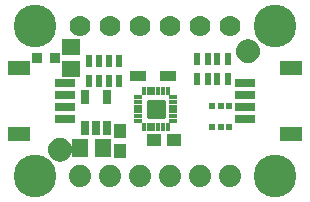
<source format=gbr>
G04 EAGLE Gerber RS-274X export*
G75*
%MOMM*%
%FSLAX34Y34*%
%LPD*%
%INSoldermask Top*%
%IPPOS*%
%AMOC8*
5,1,8,0,0,1.08239X$1,22.5*%
G01*
%ADD10R,1.101600X1.176600*%
%ADD11C,1.778000*%
%ADD12R,1.341600X1.601600*%
%ADD13R,0.651600X1.301600*%
%ADD14R,1.601600X1.341600*%
%ADD15R,1.176600X1.101600*%
%ADD16R,0.551600X1.001600*%
%ADD17R,0.601600X0.601600*%
%ADD18R,0.501600X0.601600*%
%ADD19C,1.879600*%
%ADD20C,3.617600*%
%ADD21R,1.651600X0.701600*%
%ADD22R,1.901600X1.301600*%
%ADD23C,1.101600*%
%ADD24C,0.500000*%
%ADD25R,0.901600X0.901600*%
%ADD26R,0.301600X0.651600*%
%ADD27R,0.651600X0.301600*%
%ADD28C,0.262653*%
%ADD29R,1.451600X0.901600*%


D10*
X97282Y63237D03*
X97282Y46237D03*
D11*
X63500Y152400D03*
X88900Y152400D03*
X114300Y152400D03*
X139700Y152400D03*
X165100Y152400D03*
X190500Y152400D03*
D12*
X63906Y49276D03*
X82906Y49276D03*
D13*
X67462Y65739D03*
X76962Y65739D03*
X86462Y65739D03*
X86462Y91741D03*
X67462Y91741D03*
D14*
X55880Y115468D03*
X55880Y134468D03*
D15*
X125993Y55880D03*
X142993Y55880D03*
D16*
X188514Y107070D03*
X188514Y124070D03*
X179514Y107070D03*
X171514Y107070D03*
X162514Y107070D03*
X162514Y124070D03*
X179514Y124070D03*
X171514Y124070D03*
D17*
X189999Y84438D03*
D18*
X182499Y84438D03*
D17*
X174999Y84438D03*
X174999Y66438D03*
D18*
X182499Y66438D03*
D17*
X189999Y66438D03*
D19*
X63500Y25400D03*
X88900Y25400D03*
X114300Y25400D03*
X139700Y25400D03*
X165100Y25400D03*
X190500Y25400D03*
D20*
X25400Y152400D03*
X228600Y152400D03*
D21*
X203460Y83900D03*
X203460Y93900D03*
X203460Y73900D03*
X203460Y103900D03*
D22*
X242460Y60900D03*
X242460Y116900D03*
D21*
X50540Y93900D03*
X50540Y83900D03*
X50540Y103900D03*
X50540Y73900D03*
D22*
X11540Y116900D03*
X11540Y60900D03*
D23*
X205740Y130810D03*
D24*
X205740Y138310D02*
X205559Y138308D01*
X205378Y138301D01*
X205197Y138290D01*
X205016Y138275D01*
X204836Y138255D01*
X204656Y138231D01*
X204477Y138203D01*
X204299Y138170D01*
X204122Y138133D01*
X203945Y138092D01*
X203770Y138047D01*
X203595Y137997D01*
X203422Y137943D01*
X203251Y137885D01*
X203080Y137823D01*
X202912Y137756D01*
X202745Y137686D01*
X202579Y137612D01*
X202416Y137533D01*
X202255Y137451D01*
X202095Y137365D01*
X201938Y137275D01*
X201783Y137181D01*
X201630Y137084D01*
X201480Y136982D01*
X201332Y136878D01*
X201186Y136769D01*
X201044Y136658D01*
X200904Y136542D01*
X200767Y136424D01*
X200632Y136302D01*
X200501Y136177D01*
X200373Y136049D01*
X200248Y135918D01*
X200126Y135783D01*
X200008Y135646D01*
X199892Y135506D01*
X199781Y135364D01*
X199672Y135218D01*
X199568Y135070D01*
X199466Y134920D01*
X199369Y134767D01*
X199275Y134612D01*
X199185Y134455D01*
X199099Y134295D01*
X199017Y134134D01*
X198938Y133971D01*
X198864Y133805D01*
X198794Y133638D01*
X198727Y133470D01*
X198665Y133299D01*
X198607Y133128D01*
X198553Y132955D01*
X198503Y132780D01*
X198458Y132605D01*
X198417Y132428D01*
X198380Y132251D01*
X198347Y132073D01*
X198319Y131894D01*
X198295Y131714D01*
X198275Y131534D01*
X198260Y131353D01*
X198249Y131172D01*
X198242Y130991D01*
X198240Y130810D01*
X205740Y138310D02*
X205921Y138308D01*
X206102Y138301D01*
X206283Y138290D01*
X206464Y138275D01*
X206644Y138255D01*
X206824Y138231D01*
X207003Y138203D01*
X207181Y138170D01*
X207358Y138133D01*
X207535Y138092D01*
X207710Y138047D01*
X207885Y137997D01*
X208058Y137943D01*
X208229Y137885D01*
X208400Y137823D01*
X208568Y137756D01*
X208735Y137686D01*
X208901Y137612D01*
X209064Y137533D01*
X209225Y137451D01*
X209385Y137365D01*
X209542Y137275D01*
X209697Y137181D01*
X209850Y137084D01*
X210000Y136982D01*
X210148Y136878D01*
X210294Y136769D01*
X210436Y136658D01*
X210576Y136542D01*
X210713Y136424D01*
X210848Y136302D01*
X210979Y136177D01*
X211107Y136049D01*
X211232Y135918D01*
X211354Y135783D01*
X211472Y135646D01*
X211588Y135506D01*
X211699Y135364D01*
X211808Y135218D01*
X211912Y135070D01*
X212014Y134920D01*
X212111Y134767D01*
X212205Y134612D01*
X212295Y134455D01*
X212381Y134295D01*
X212463Y134134D01*
X212542Y133971D01*
X212616Y133805D01*
X212686Y133638D01*
X212753Y133470D01*
X212815Y133299D01*
X212873Y133128D01*
X212927Y132955D01*
X212977Y132780D01*
X213022Y132605D01*
X213063Y132428D01*
X213100Y132251D01*
X213133Y132073D01*
X213161Y131894D01*
X213185Y131714D01*
X213205Y131534D01*
X213220Y131353D01*
X213231Y131172D01*
X213238Y130991D01*
X213240Y130810D01*
X213238Y130629D01*
X213231Y130448D01*
X213220Y130267D01*
X213205Y130086D01*
X213185Y129906D01*
X213161Y129726D01*
X213133Y129547D01*
X213100Y129369D01*
X213063Y129192D01*
X213022Y129015D01*
X212977Y128840D01*
X212927Y128665D01*
X212873Y128492D01*
X212815Y128321D01*
X212753Y128150D01*
X212686Y127982D01*
X212616Y127815D01*
X212542Y127649D01*
X212463Y127486D01*
X212381Y127325D01*
X212295Y127165D01*
X212205Y127008D01*
X212111Y126853D01*
X212014Y126700D01*
X211912Y126550D01*
X211808Y126402D01*
X211699Y126256D01*
X211588Y126114D01*
X211472Y125974D01*
X211354Y125837D01*
X211232Y125702D01*
X211107Y125571D01*
X210979Y125443D01*
X210848Y125318D01*
X210713Y125196D01*
X210576Y125078D01*
X210436Y124962D01*
X210294Y124851D01*
X210148Y124742D01*
X210000Y124638D01*
X209850Y124536D01*
X209697Y124439D01*
X209542Y124345D01*
X209385Y124255D01*
X209225Y124169D01*
X209064Y124087D01*
X208901Y124008D01*
X208735Y123934D01*
X208568Y123864D01*
X208400Y123797D01*
X208229Y123735D01*
X208058Y123677D01*
X207885Y123623D01*
X207710Y123573D01*
X207535Y123528D01*
X207358Y123487D01*
X207181Y123450D01*
X207003Y123417D01*
X206824Y123389D01*
X206644Y123365D01*
X206464Y123345D01*
X206283Y123330D01*
X206102Y123319D01*
X205921Y123312D01*
X205740Y123310D01*
X205559Y123312D01*
X205378Y123319D01*
X205197Y123330D01*
X205016Y123345D01*
X204836Y123365D01*
X204656Y123389D01*
X204477Y123417D01*
X204299Y123450D01*
X204122Y123487D01*
X203945Y123528D01*
X203770Y123573D01*
X203595Y123623D01*
X203422Y123677D01*
X203251Y123735D01*
X203080Y123797D01*
X202912Y123864D01*
X202745Y123934D01*
X202579Y124008D01*
X202416Y124087D01*
X202255Y124169D01*
X202095Y124255D01*
X201938Y124345D01*
X201783Y124439D01*
X201630Y124536D01*
X201480Y124638D01*
X201332Y124742D01*
X201186Y124851D01*
X201044Y124962D01*
X200904Y125078D01*
X200767Y125196D01*
X200632Y125318D01*
X200501Y125443D01*
X200373Y125571D01*
X200248Y125702D01*
X200126Y125837D01*
X200008Y125974D01*
X199892Y126114D01*
X199781Y126256D01*
X199672Y126402D01*
X199568Y126550D01*
X199466Y126700D01*
X199369Y126853D01*
X199275Y127008D01*
X199185Y127165D01*
X199099Y127325D01*
X199017Y127486D01*
X198938Y127649D01*
X198864Y127815D01*
X198794Y127982D01*
X198727Y128150D01*
X198665Y128321D01*
X198607Y128492D01*
X198553Y128665D01*
X198503Y128840D01*
X198458Y129015D01*
X198417Y129192D01*
X198380Y129369D01*
X198347Y129547D01*
X198319Y129726D01*
X198295Y129906D01*
X198275Y130086D01*
X198260Y130267D01*
X198249Y130448D01*
X198242Y130629D01*
X198240Y130810D01*
D23*
X46609Y47498D03*
D24*
X46609Y54998D02*
X46428Y54996D01*
X46247Y54989D01*
X46066Y54978D01*
X45885Y54963D01*
X45705Y54943D01*
X45525Y54919D01*
X45346Y54891D01*
X45168Y54858D01*
X44991Y54821D01*
X44814Y54780D01*
X44639Y54735D01*
X44464Y54685D01*
X44291Y54631D01*
X44120Y54573D01*
X43949Y54511D01*
X43781Y54444D01*
X43614Y54374D01*
X43448Y54300D01*
X43285Y54221D01*
X43124Y54139D01*
X42964Y54053D01*
X42807Y53963D01*
X42652Y53869D01*
X42499Y53772D01*
X42349Y53670D01*
X42201Y53566D01*
X42055Y53457D01*
X41913Y53346D01*
X41773Y53230D01*
X41636Y53112D01*
X41501Y52990D01*
X41370Y52865D01*
X41242Y52737D01*
X41117Y52606D01*
X40995Y52471D01*
X40877Y52334D01*
X40761Y52194D01*
X40650Y52052D01*
X40541Y51906D01*
X40437Y51758D01*
X40335Y51608D01*
X40238Y51455D01*
X40144Y51300D01*
X40054Y51143D01*
X39968Y50983D01*
X39886Y50822D01*
X39807Y50659D01*
X39733Y50493D01*
X39663Y50326D01*
X39596Y50158D01*
X39534Y49987D01*
X39476Y49816D01*
X39422Y49643D01*
X39372Y49468D01*
X39327Y49293D01*
X39286Y49116D01*
X39249Y48939D01*
X39216Y48761D01*
X39188Y48582D01*
X39164Y48402D01*
X39144Y48222D01*
X39129Y48041D01*
X39118Y47860D01*
X39111Y47679D01*
X39109Y47498D01*
X46609Y54998D02*
X46790Y54996D01*
X46971Y54989D01*
X47152Y54978D01*
X47333Y54963D01*
X47513Y54943D01*
X47693Y54919D01*
X47872Y54891D01*
X48050Y54858D01*
X48227Y54821D01*
X48404Y54780D01*
X48579Y54735D01*
X48754Y54685D01*
X48927Y54631D01*
X49098Y54573D01*
X49269Y54511D01*
X49437Y54444D01*
X49604Y54374D01*
X49770Y54300D01*
X49933Y54221D01*
X50094Y54139D01*
X50254Y54053D01*
X50411Y53963D01*
X50566Y53869D01*
X50719Y53772D01*
X50869Y53670D01*
X51017Y53566D01*
X51163Y53457D01*
X51305Y53346D01*
X51445Y53230D01*
X51582Y53112D01*
X51717Y52990D01*
X51848Y52865D01*
X51976Y52737D01*
X52101Y52606D01*
X52223Y52471D01*
X52341Y52334D01*
X52457Y52194D01*
X52568Y52052D01*
X52677Y51906D01*
X52781Y51758D01*
X52883Y51608D01*
X52980Y51455D01*
X53074Y51300D01*
X53164Y51143D01*
X53250Y50983D01*
X53332Y50822D01*
X53411Y50659D01*
X53485Y50493D01*
X53555Y50326D01*
X53622Y50158D01*
X53684Y49987D01*
X53742Y49816D01*
X53796Y49643D01*
X53846Y49468D01*
X53891Y49293D01*
X53932Y49116D01*
X53969Y48939D01*
X54002Y48761D01*
X54030Y48582D01*
X54054Y48402D01*
X54074Y48222D01*
X54089Y48041D01*
X54100Y47860D01*
X54107Y47679D01*
X54109Y47498D01*
X54107Y47317D01*
X54100Y47136D01*
X54089Y46955D01*
X54074Y46774D01*
X54054Y46594D01*
X54030Y46414D01*
X54002Y46235D01*
X53969Y46057D01*
X53932Y45880D01*
X53891Y45703D01*
X53846Y45528D01*
X53796Y45353D01*
X53742Y45180D01*
X53684Y45009D01*
X53622Y44838D01*
X53555Y44670D01*
X53485Y44503D01*
X53411Y44337D01*
X53332Y44174D01*
X53250Y44013D01*
X53164Y43853D01*
X53074Y43696D01*
X52980Y43541D01*
X52883Y43388D01*
X52781Y43238D01*
X52677Y43090D01*
X52568Y42944D01*
X52457Y42802D01*
X52341Y42662D01*
X52223Y42525D01*
X52101Y42390D01*
X51976Y42259D01*
X51848Y42131D01*
X51717Y42006D01*
X51582Y41884D01*
X51445Y41766D01*
X51305Y41650D01*
X51163Y41539D01*
X51017Y41430D01*
X50869Y41326D01*
X50719Y41224D01*
X50566Y41127D01*
X50411Y41033D01*
X50254Y40943D01*
X50094Y40857D01*
X49933Y40775D01*
X49770Y40696D01*
X49604Y40622D01*
X49437Y40552D01*
X49269Y40485D01*
X49098Y40423D01*
X48927Y40365D01*
X48754Y40311D01*
X48579Y40261D01*
X48404Y40216D01*
X48227Y40175D01*
X48050Y40138D01*
X47872Y40105D01*
X47693Y40077D01*
X47513Y40053D01*
X47333Y40033D01*
X47152Y40018D01*
X46971Y40007D01*
X46790Y40000D01*
X46609Y39998D01*
X46428Y40000D01*
X46247Y40007D01*
X46066Y40018D01*
X45885Y40033D01*
X45705Y40053D01*
X45525Y40077D01*
X45346Y40105D01*
X45168Y40138D01*
X44991Y40175D01*
X44814Y40216D01*
X44639Y40261D01*
X44464Y40311D01*
X44291Y40365D01*
X44120Y40423D01*
X43949Y40485D01*
X43781Y40552D01*
X43614Y40622D01*
X43448Y40696D01*
X43285Y40775D01*
X43124Y40857D01*
X42964Y40943D01*
X42807Y41033D01*
X42652Y41127D01*
X42499Y41224D01*
X42349Y41326D01*
X42201Y41430D01*
X42055Y41539D01*
X41913Y41650D01*
X41773Y41766D01*
X41636Y41884D01*
X41501Y42006D01*
X41370Y42131D01*
X41242Y42259D01*
X41117Y42390D01*
X40995Y42525D01*
X40877Y42662D01*
X40761Y42802D01*
X40650Y42944D01*
X40541Y43090D01*
X40437Y43238D01*
X40335Y43388D01*
X40238Y43541D01*
X40144Y43696D01*
X40054Y43853D01*
X39968Y44013D01*
X39886Y44174D01*
X39807Y44337D01*
X39733Y44503D01*
X39663Y44670D01*
X39596Y44838D01*
X39534Y45009D01*
X39476Y45180D01*
X39422Y45353D01*
X39372Y45528D01*
X39327Y45703D01*
X39286Y45880D01*
X39249Y46057D01*
X39216Y46235D01*
X39188Y46414D01*
X39164Y46594D01*
X39144Y46774D01*
X39129Y46955D01*
X39118Y47136D01*
X39111Y47317D01*
X39109Y47498D01*
D20*
X25400Y25400D03*
X228600Y25400D03*
D25*
X27425Y125095D03*
X42425Y125095D03*
D26*
X137635Y96915D03*
D27*
X142635Y91915D03*
X142635Y87915D03*
X142635Y83915D03*
X142635Y79915D03*
X142635Y75915D03*
X142635Y71915D03*
D26*
X133635Y96915D03*
X129635Y96915D03*
X125635Y96915D03*
X121635Y96915D03*
X117635Y96915D03*
X137635Y66915D03*
X133635Y66915D03*
X129635Y66915D03*
X125635Y66915D03*
X121635Y66915D03*
X117635Y66915D03*
D27*
X112635Y83915D03*
X112635Y87915D03*
X112635Y91915D03*
X112635Y79915D03*
X112635Y75915D03*
X112635Y71915D03*
D28*
X120740Y75020D02*
X120740Y88810D01*
X134530Y88810D01*
X134530Y75020D01*
X120740Y75020D01*
X120740Y77516D02*
X134530Y77516D01*
X134530Y80012D02*
X120740Y80012D01*
X120740Y82508D02*
X134530Y82508D01*
X134530Y85004D02*
X120740Y85004D01*
X120740Y87500D02*
X134530Y87500D01*
D16*
X70820Y122800D03*
X70820Y105800D03*
X79820Y122800D03*
X87820Y122800D03*
X96820Y122800D03*
X96820Y105800D03*
X79820Y105800D03*
X87820Y105800D03*
D29*
X137795Y109855D03*
X112395Y109855D03*
M02*

</source>
